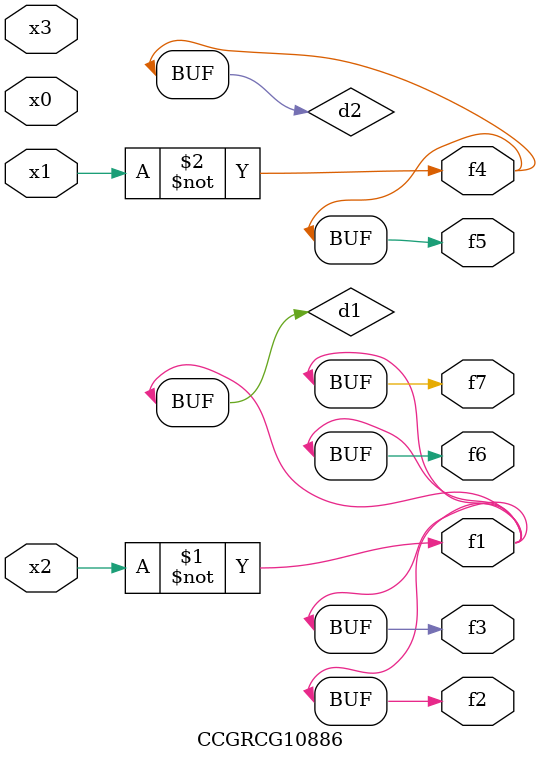
<source format=v>
module CCGRCG10886(
	input x0, x1, x2, x3,
	output f1, f2, f3, f4, f5, f6, f7
);

	wire d1, d2;

	xnor (d1, x2);
	not (d2, x1);
	assign f1 = d1;
	assign f2 = d1;
	assign f3 = d1;
	assign f4 = d2;
	assign f5 = d2;
	assign f6 = d1;
	assign f7 = d1;
endmodule

</source>
